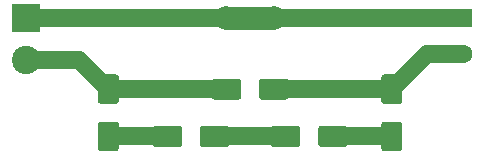
<source format=gbr>
G04 #@! TF.GenerationSoftware,KiCad,Pcbnew,7.0.2.1-36-g582732918d-dirty-deb11*
G04 #@! TF.CreationDate,2023-06-01T11:29:00+00:00*
G04 #@! TF.ProjectId,AbcStop,41626353-746f-4702-9e6b-696361645f70,0.0.1*
G04 #@! TF.SameCoordinates,Original*
G04 #@! TF.FileFunction,Copper,L1,Top*
G04 #@! TF.FilePolarity,Positive*
%FSLAX46Y46*%
G04 Gerber Fmt 4.6, Leading zero omitted, Abs format (unit mm)*
G04 Created by KiCad (PCBNEW 7.0.2.1-36-g582732918d-dirty-deb11) date 2023-06-01 11:29:00*
%MOMM*%
%LPD*%
G01*
G04 APERTURE LIST*
G04 #@! TA.AperFunction,SMDPad,CuDef*
%ADD10C,2.000000*%
G04 #@! TD*
G04 #@! TA.AperFunction,ComponentPad*
%ADD11R,2.400000X2.400000*%
G04 #@! TD*
G04 #@! TA.AperFunction,ComponentPad*
%ADD12C,2.400000*%
G04 #@! TD*
G04 #@! TA.AperFunction,ComponentPad*
%ADD13R,1.605000X1.605000*%
G04 #@! TD*
G04 #@! TA.AperFunction,ComponentPad*
%ADD14C,1.605000*%
G04 #@! TD*
G04 #@! TA.AperFunction,Conductor*
%ADD15C,1.500000*%
G04 #@! TD*
G04 APERTURE END LIST*
G04 #@! TA.AperFunction,EtchedComponent*
G36*
X84000000Y-61000000D02*
G01*
X80000000Y-61000000D01*
X80000000Y-59000000D01*
X84000000Y-59000000D01*
X84000000Y-61000000D01*
G37*
G04 #@! TD.AperFunction*
D10*
X80000000Y-60000000D03*
X84000000Y-60000000D03*
G04 #@! TA.AperFunction,SMDPad,CuDef*
G36*
G01*
X69350000Y-64750000D02*
X70650000Y-64750000D01*
G75*
G02*
X70900000Y-65000000I0J-250000D01*
G01*
X70900000Y-67000000D01*
G75*
G02*
X70650000Y-67250000I-250000J0D01*
G01*
X69350000Y-67250000D01*
G75*
G02*
X69100000Y-67000000I0J250000D01*
G01*
X69100000Y-65000000D01*
G75*
G02*
X69350000Y-64750000I250000J0D01*
G01*
G37*
G04 #@! TD.AperFunction*
G04 #@! TA.AperFunction,SMDPad,CuDef*
G36*
G01*
X69350000Y-68750000D02*
X70650000Y-68750000D01*
G75*
G02*
X70900000Y-69000000I0J-250000D01*
G01*
X70900000Y-71000000D01*
G75*
G02*
X70650000Y-71250000I-250000J0D01*
G01*
X69350000Y-71250000D01*
G75*
G02*
X69100000Y-71000000I0J250000D01*
G01*
X69100000Y-69000000D01*
G75*
G02*
X69350000Y-68750000I250000J0D01*
G01*
G37*
G04 #@! TD.AperFunction*
G04 #@! TA.AperFunction,SMDPad,CuDef*
G36*
G01*
X73750000Y-70650000D02*
X73750000Y-69350000D01*
G75*
G02*
X74000000Y-69100000I250000J0D01*
G01*
X76000000Y-69100000D01*
G75*
G02*
X76250000Y-69350000I0J-250000D01*
G01*
X76250000Y-70650000D01*
G75*
G02*
X76000000Y-70900000I-250000J0D01*
G01*
X74000000Y-70900000D01*
G75*
G02*
X73750000Y-70650000I0J250000D01*
G01*
G37*
G04 #@! TD.AperFunction*
G04 #@! TA.AperFunction,SMDPad,CuDef*
G36*
G01*
X77750000Y-70650000D02*
X77750000Y-69350000D01*
G75*
G02*
X78000000Y-69100000I250000J0D01*
G01*
X80000000Y-69100000D01*
G75*
G02*
X80250000Y-69350000I0J-250000D01*
G01*
X80250000Y-70650000D01*
G75*
G02*
X80000000Y-70900000I-250000J0D01*
G01*
X78000000Y-70900000D01*
G75*
G02*
X77750000Y-70650000I0J250000D01*
G01*
G37*
G04 #@! TD.AperFunction*
G04 #@! TA.AperFunction,SMDPad,CuDef*
G36*
G01*
X85250000Y-65350000D02*
X85250000Y-66650000D01*
G75*
G02*
X85000000Y-66900000I-250000J0D01*
G01*
X83000000Y-66900000D01*
G75*
G02*
X82750000Y-66650000I0J250000D01*
G01*
X82750000Y-65350000D01*
G75*
G02*
X83000000Y-65100000I250000J0D01*
G01*
X85000000Y-65100000D01*
G75*
G02*
X85250000Y-65350000I0J-250000D01*
G01*
G37*
G04 #@! TD.AperFunction*
G04 #@! TA.AperFunction,SMDPad,CuDef*
G36*
G01*
X81250000Y-65350000D02*
X81250000Y-66650000D01*
G75*
G02*
X81000000Y-66900000I-250000J0D01*
G01*
X79000000Y-66900000D01*
G75*
G02*
X78750000Y-66650000I0J250000D01*
G01*
X78750000Y-65350000D01*
G75*
G02*
X79000000Y-65100000I250000J0D01*
G01*
X81000000Y-65100000D01*
G75*
G02*
X81250000Y-65350000I0J-250000D01*
G01*
G37*
G04 #@! TD.AperFunction*
D11*
X63000000Y-60000000D03*
D12*
X63000000Y-63500000D03*
D13*
X100000000Y-60000000D03*
D14*
X100000000Y-63000000D03*
G04 #@! TA.AperFunction,SMDPad,CuDef*
G36*
G01*
X94650000Y-71250000D02*
X93350000Y-71250000D01*
G75*
G02*
X93100000Y-71000000I0J250000D01*
G01*
X93100000Y-69000000D01*
G75*
G02*
X93350000Y-68750000I250000J0D01*
G01*
X94650000Y-68750000D01*
G75*
G02*
X94900000Y-69000000I0J-250000D01*
G01*
X94900000Y-71000000D01*
G75*
G02*
X94650000Y-71250000I-250000J0D01*
G01*
G37*
G04 #@! TD.AperFunction*
G04 #@! TA.AperFunction,SMDPad,CuDef*
G36*
G01*
X94650000Y-67250000D02*
X93350000Y-67250000D01*
G75*
G02*
X93100000Y-67000000I0J250000D01*
G01*
X93100000Y-65000000D01*
G75*
G02*
X93350000Y-64750000I250000J0D01*
G01*
X94650000Y-64750000D01*
G75*
G02*
X94900000Y-65000000I0J-250000D01*
G01*
X94900000Y-67000000D01*
G75*
G02*
X94650000Y-67250000I-250000J0D01*
G01*
G37*
G04 #@! TD.AperFunction*
G04 #@! TA.AperFunction,SMDPad,CuDef*
G36*
G01*
X83750000Y-70650000D02*
X83750000Y-69350000D01*
G75*
G02*
X84000000Y-69100000I250000J0D01*
G01*
X86000000Y-69100000D01*
G75*
G02*
X86250000Y-69350000I0J-250000D01*
G01*
X86250000Y-70650000D01*
G75*
G02*
X86000000Y-70900000I-250000J0D01*
G01*
X84000000Y-70900000D01*
G75*
G02*
X83750000Y-70650000I0J250000D01*
G01*
G37*
G04 #@! TD.AperFunction*
G04 #@! TA.AperFunction,SMDPad,CuDef*
G36*
G01*
X87750000Y-70650000D02*
X87750000Y-69350000D01*
G75*
G02*
X88000000Y-69100000I250000J0D01*
G01*
X90000000Y-69100000D01*
G75*
G02*
X90250000Y-69350000I0J-250000D01*
G01*
X90250000Y-70650000D01*
G75*
G02*
X90000000Y-70900000I-250000J0D01*
G01*
X88000000Y-70900000D01*
G75*
G02*
X87750000Y-70650000I0J250000D01*
G01*
G37*
G04 #@! TD.AperFunction*
D15*
X89000000Y-70000000D02*
X94000000Y-70000000D01*
X94000000Y-66000000D02*
X97000000Y-63000000D01*
X84000000Y-66000000D02*
X94000000Y-66000000D01*
X97000000Y-63000000D02*
X100000000Y-63000000D01*
X79000000Y-70000000D02*
X85000000Y-70000000D01*
X70000000Y-70000000D02*
X75000000Y-70000000D01*
X70000000Y-66000000D02*
X80000000Y-66000000D01*
X67500000Y-63500000D02*
X70000000Y-66000000D01*
X63000000Y-63500000D02*
X67500000Y-63500000D01*
X63000000Y-60000000D02*
X80000000Y-60000000D01*
X100000000Y-60000000D02*
X84000000Y-60000000D01*
M02*

</source>
